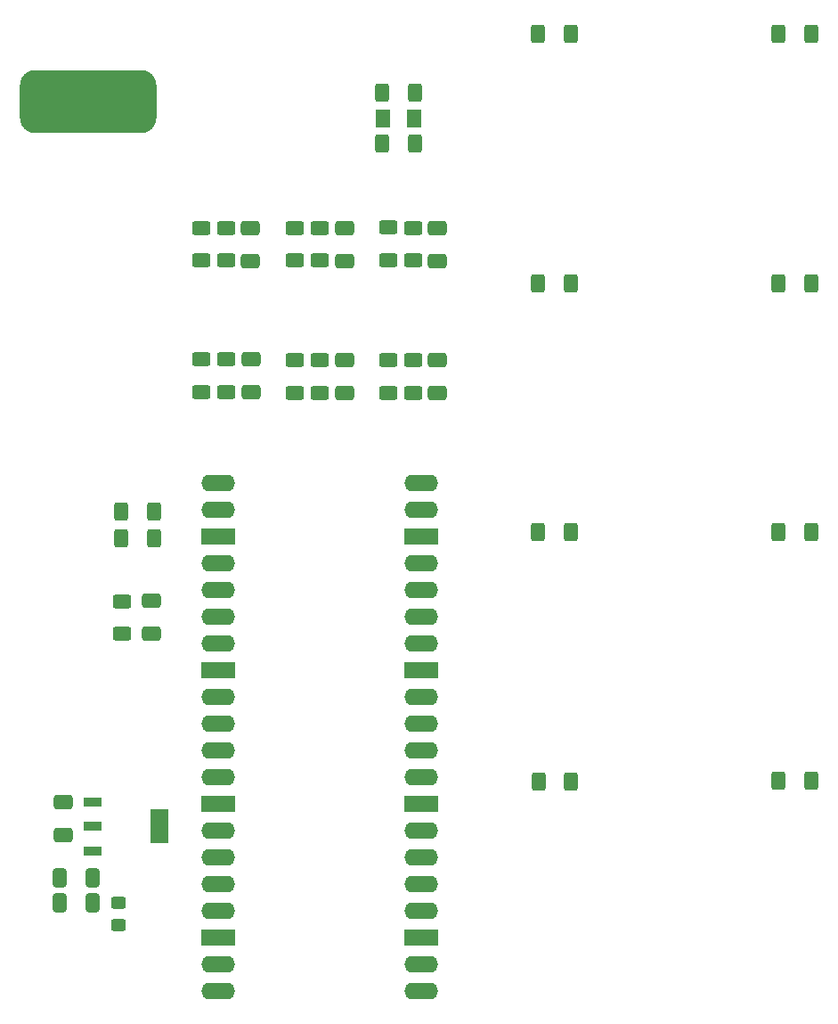
<source format=gbr>
%TF.GenerationSoftware,KiCad,Pcbnew,7.0.5*%
%TF.CreationDate,2023-08-20T17:21:48-04:00*%
%TF.ProjectId,RPi_Pico_W_A4988_control_board,5250695f-5069-4636-9f5f-575f41343938,rev?*%
%TF.SameCoordinates,Original*%
%TF.FileFunction,Paste,Top*%
%TF.FilePolarity,Positive*%
%FSLAX46Y46*%
G04 Gerber Fmt 4.6, Leading zero omitted, Abs format (unit mm)*
G04 Created by KiCad (PCBNEW 7.0.5) date 2023-08-20 17:21:48*
%MOMM*%
%LPD*%
G01*
G04 APERTURE LIST*
G04 Aperture macros list*
%AMRoundRect*
0 Rectangle with rounded corners*
0 $1 Rounding radius*
0 $2 $3 $4 $5 $6 $7 $8 $9 X,Y pos of 4 corners*
0 Add a 4 corners polygon primitive as box body*
4,1,4,$2,$3,$4,$5,$6,$7,$8,$9,$2,$3,0*
0 Add four circle primitives for the rounded corners*
1,1,$1+$1,$2,$3*
1,1,$1+$1,$4,$5*
1,1,$1+$1,$6,$7*
1,1,$1+$1,$8,$9*
0 Add four rect primitives between the rounded corners*
20,1,$1+$1,$2,$3,$4,$5,0*
20,1,$1+$1,$4,$5,$6,$7,0*
20,1,$1+$1,$6,$7,$8,$9,0*
20,1,$1+$1,$8,$9,$2,$3,0*%
G04 Aperture macros list end*
%ADD10R,1.750000X0.950000*%
%ADD11R,1.750000X3.200000*%
%ADD12RoundRect,0.250000X-0.400000X-0.625000X0.400000X-0.625000X0.400000X0.625000X-0.400000X0.625000X0*%
%ADD13RoundRect,0.250000X0.650000X-0.412500X0.650000X0.412500X-0.650000X0.412500X-0.650000X-0.412500X0*%
%ADD14RoundRect,0.250000X0.625000X-0.400000X0.625000X0.400000X-0.625000X0.400000X-0.625000X-0.400000X0*%
%ADD15RoundRect,1.500000X-5.000000X1.500000X-5.000000X-1.500000X5.000000X-1.500000X5.000000X1.500000X0*%
%ADD16RoundRect,0.250000X0.400000X0.625000X-0.400000X0.625000X-0.400000X-0.625000X0.400000X-0.625000X0*%
%ADD17RoundRect,0.250001X0.462499X0.624999X-0.462499X0.624999X-0.462499X-0.624999X0.462499X-0.624999X0*%
%ADD18RoundRect,0.250000X0.450000X-0.325000X0.450000X0.325000X-0.450000X0.325000X-0.450000X-0.325000X0*%
%ADD19RoundRect,0.250000X0.412500X0.650000X-0.412500X0.650000X-0.412500X-0.650000X0.412500X-0.650000X0*%
%ADD20RoundRect,0.250000X-0.650000X0.412500X-0.650000X-0.412500X0.650000X-0.412500X0.650000X0.412500X0*%
%ADD21O,3.200000X1.600000*%
%ADD22R,3.200000X1.600000*%
G04 APERTURE END LIST*
D10*
%TO.C,IC1*%
X108940000Y-106100000D03*
X108940000Y-108400000D03*
X108940000Y-110700000D03*
D11*
X115240000Y-108400000D03*
%TD*%
D12*
%TO.C,R38*%
X136450000Y-38700000D03*
X139550000Y-38700000D03*
%TD*%
D13*
%TO.C,C9*%
X141700000Y-67242500D03*
X141700000Y-64117500D03*
%TD*%
D14*
%TO.C,R33*%
X128150000Y-67200000D03*
X128150000Y-64100000D03*
%TD*%
%TO.C,R28*%
X128150000Y-54637500D03*
X128150000Y-51537500D03*
%TD*%
D12*
%TO.C,R40*%
X111650000Y-78500000D03*
X114750000Y-78500000D03*
%TD*%
D14*
%TO.C,R37*%
X139375000Y-67200000D03*
X139375000Y-64100000D03*
%TD*%
D13*
%TO.C,C10*%
X114500000Y-90102500D03*
X114500000Y-86977500D03*
%TD*%
D15*
%TO.C,J31*%
X108500000Y-39500000D03*
%TD*%
D14*
%TO.C,R12*%
X121575000Y-54637500D03*
X121575000Y-51537500D03*
%TD*%
D13*
%TO.C,C6*%
X141700000Y-54650000D03*
X141700000Y-51525000D03*
%TD*%
D14*
%TO.C,R30*%
X137050000Y-54600000D03*
X137050000Y-51500000D03*
%TD*%
D12*
%TO.C,R25*%
X151250000Y-80450000D03*
X154350000Y-80450000D03*
%TD*%
%TO.C,R8*%
X174120000Y-104080000D03*
X177220000Y-104080000D03*
%TD*%
D14*
%TO.C,R36*%
X130475000Y-67200000D03*
X130475000Y-64100000D03*
%TD*%
D12*
%TO.C,R1*%
X151290000Y-104100000D03*
X154390000Y-104100000D03*
%TD*%
D16*
%TO.C,R10*%
X139550000Y-43500000D03*
X136450000Y-43500000D03*
%TD*%
D14*
%TO.C,R39*%
X111700000Y-90090000D03*
X111700000Y-86990000D03*
%TD*%
D12*
%TO.C,R41*%
X111650000Y-81040000D03*
X114750000Y-81040000D03*
%TD*%
D17*
%TO.C,D4*%
X139465000Y-41100000D03*
X136490000Y-41100000D03*
%TD*%
D14*
%TO.C,R32*%
X119275000Y-67100000D03*
X119275000Y-64000000D03*
%TD*%
D13*
%TO.C,C8*%
X132850000Y-67242500D03*
X132850000Y-64117500D03*
%TD*%
D14*
%TO.C,R31*%
X139375000Y-54607500D03*
X139375000Y-51507500D03*
%TD*%
D18*
%TO.C,D2*%
X111400000Y-117725000D03*
X111400000Y-115675000D03*
%TD*%
D14*
%TO.C,R34*%
X137050000Y-67200000D03*
X137050000Y-64100000D03*
%TD*%
D12*
%TO.C,R26*%
X174120000Y-56780000D03*
X177220000Y-56780000D03*
%TD*%
D19*
%TO.C,C5*%
X108902500Y-115650000D03*
X105777500Y-115650000D03*
%TD*%
D12*
%TO.C,R27*%
X151250000Y-56800000D03*
X154350000Y-56800000D03*
%TD*%
D13*
%TO.C,C2*%
X123925000Y-54650000D03*
X123925000Y-51525000D03*
%TD*%
D19*
%TO.C,C3*%
X108902500Y-113250000D03*
X105777500Y-113250000D03*
%TD*%
D20*
%TO.C,C4*%
X106100000Y-106100000D03*
X106100000Y-109225000D03*
%TD*%
D12*
%TO.C,R15*%
X174120000Y-80430000D03*
X177220000Y-80430000D03*
%TD*%
D14*
%TO.C,R29*%
X130475000Y-54637500D03*
X130475000Y-51537500D03*
%TD*%
D12*
%TO.C,R3*%
X174120000Y-33080000D03*
X177220000Y-33080000D03*
%TD*%
D13*
%TO.C,C1*%
X132850000Y-54650000D03*
X132850000Y-51525000D03*
%TD*%
D21*
%TO.C,IC2*%
X140190000Y-124040000D03*
X140190000Y-121500000D03*
D22*
X140190000Y-118960000D03*
D21*
X140190000Y-116420000D03*
X140190000Y-113880000D03*
X140190000Y-111340000D03*
X140190000Y-108800000D03*
D22*
X140190000Y-106260000D03*
D21*
X140190000Y-103720000D03*
X140190000Y-101180000D03*
X140190000Y-98640000D03*
X140190000Y-96100000D03*
D22*
X140190000Y-93560000D03*
D21*
X140190000Y-91020000D03*
X140190000Y-88480000D03*
X140190000Y-85940000D03*
X140190000Y-83400000D03*
D22*
X140190000Y-80860000D03*
D21*
X140190000Y-78320000D03*
X140190000Y-75780000D03*
X120810000Y-75780000D03*
X120810000Y-78320000D03*
D22*
X120810000Y-80860000D03*
D21*
X120810000Y-83400000D03*
X120810000Y-85940000D03*
X120810000Y-88480000D03*
X120810000Y-91020000D03*
D22*
X120810000Y-93560000D03*
D21*
X120810000Y-96100000D03*
X120810000Y-98640000D03*
X120810000Y-101180000D03*
X120810000Y-103720000D03*
D22*
X120810000Y-106260000D03*
D21*
X120810000Y-108800000D03*
X120810000Y-111340000D03*
X120810000Y-113880000D03*
X120810000Y-116420000D03*
D22*
X120810000Y-118960000D03*
D21*
X120810000Y-121500000D03*
X120810000Y-124040000D03*
%TD*%
D13*
%TO.C,C7*%
X123950000Y-67142500D03*
X123950000Y-64017500D03*
%TD*%
D12*
%TO.C,R2*%
X151250000Y-33100000D03*
X154350000Y-33100000D03*
%TD*%
D14*
%TO.C,R35*%
X121575000Y-67100000D03*
X121575000Y-64000000D03*
%TD*%
%TO.C,R11*%
X119275000Y-54637500D03*
X119275000Y-51537500D03*
%TD*%
M02*

</source>
